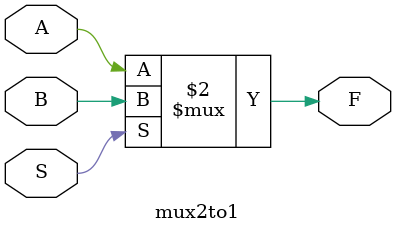
<source format=sv>
module mux2to1 (
    input  wire A,
    input  wire B,
    input  wire S,
    output wire F 
);
  assign F = (S == 1'b0) ? A : B;
endmodule

</source>
